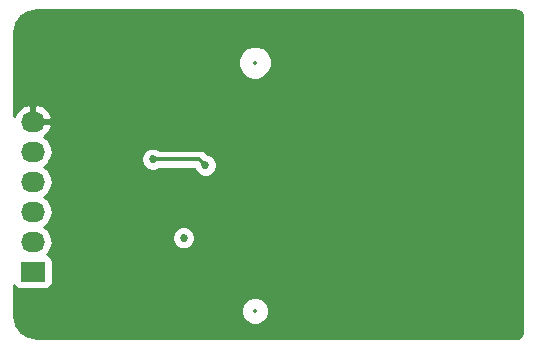
<source format=gbl>
%TF.GenerationSoftware,KiCad,Pcbnew,4.0.4+e1-6308~48~ubuntu16.04.1-stable*%
%TF.CreationDate,2017-01-04T17:26:24-08:00*%
%TF.ProjectId,sd-full-2041021-4-breakout,73642D66756C6C2D323034313032312D,v1.0*%
%TF.FileFunction,Copper,L2,Bot,Signal*%
%FSLAX46Y46*%
G04 Gerber Fmt 4.6, Leading zero omitted, Abs format (unit mm)*
G04 Created by KiCad (PCBNEW 4.0.4+e1-6308~48~ubuntu16.04.1-stable) date Wed Jan  4 17:26:24 2017*
%MOMM*%
%LPD*%
G01*
G04 APERTURE LIST*
%ADD10C,0.350000*%
%ADD11R,2.032000X1.727200*%
%ADD12O,2.032000X1.727200*%
%ADD13C,0.685800*%
%ADD14C,0.330200*%
%ADD15C,0.254000*%
%ADD16C,0.330200*%
%ADD17C,0.350000*%
G04 APERTURE END LIST*
D10*
D11*
X100076000Y-86360000D03*
D12*
X100076000Y-83820000D03*
X100076000Y-81280000D03*
X100076000Y-78740000D03*
X100076000Y-76200000D03*
X100076000Y-73660000D03*
D13*
X111633000Y-85852000D03*
X108458000Y-87503000D03*
X117856000Y-76327000D03*
X117983000Y-83820000D03*
X112903000Y-70866000D03*
X108458000Y-69342000D03*
X108458000Y-82931000D03*
X110236000Y-76835000D03*
X114681000Y-77343000D03*
X112842000Y-83505000D03*
D14*
X114173000Y-76835000D02*
X110236000Y-76835000D01*
X114681000Y-77343000D02*
X114173000Y-76835000D01*
D15*
G36*
X141178511Y-64266608D02*
X141355278Y-64384720D01*
X141473392Y-64561490D01*
X141528800Y-64840049D01*
X141528800Y-91369951D01*
X141473392Y-91648510D01*
X141355278Y-91825280D01*
X141178511Y-91943392D01*
X140899955Y-91998800D01*
X100400044Y-91998800D01*
X99635482Y-91846719D01*
X99046696Y-91453304D01*
X98653102Y-90864250D01*
X98501200Y-90104053D01*
X98501200Y-89896677D01*
X117686794Y-89896677D01*
X117866820Y-90332372D01*
X118199875Y-90666009D01*
X118635255Y-90846794D01*
X119106677Y-90847206D01*
X119542372Y-90667180D01*
X119876009Y-90334125D01*
X120056794Y-89898745D01*
X120057206Y-89427323D01*
X119877180Y-88991628D01*
X119544125Y-88657991D01*
X119108745Y-88477206D01*
X118637323Y-88476794D01*
X118201628Y-88656820D01*
X117867991Y-88989875D01*
X117687206Y-89425255D01*
X117686794Y-89896677D01*
X98501200Y-89896677D01*
X98501200Y-87527857D01*
X98595910Y-87675041D01*
X98808110Y-87820031D01*
X99060000Y-87871040D01*
X101092000Y-87871040D01*
X101327317Y-87826762D01*
X101543441Y-87687690D01*
X101688431Y-87475490D01*
X101739440Y-87223600D01*
X101739440Y-85496400D01*
X101695162Y-85261083D01*
X101556090Y-85044959D01*
X101343890Y-84899969D01*
X101302561Y-84891600D01*
X101320415Y-84879670D01*
X101645271Y-84393489D01*
X101759345Y-83820000D01*
X101735210Y-83698663D01*
X111863931Y-83698663D01*
X112012493Y-84058212D01*
X112287341Y-84333540D01*
X112646630Y-84482730D01*
X113035663Y-84483069D01*
X113395212Y-84334507D01*
X113670540Y-84059659D01*
X113819730Y-83700370D01*
X113820069Y-83311337D01*
X113671507Y-82951788D01*
X113396659Y-82676460D01*
X113037370Y-82527270D01*
X112648337Y-82526931D01*
X112288788Y-82675493D01*
X112013460Y-82950341D01*
X111864270Y-83309630D01*
X111863931Y-83698663D01*
X101735210Y-83698663D01*
X101645271Y-83246511D01*
X101320415Y-82760330D01*
X101005634Y-82550000D01*
X101320415Y-82339670D01*
X101645271Y-81853489D01*
X101759345Y-81280000D01*
X101645271Y-80706511D01*
X101320415Y-80220330D01*
X101005634Y-80010000D01*
X101320415Y-79799670D01*
X101645271Y-79313489D01*
X101759345Y-78740000D01*
X101645271Y-78166511D01*
X101320415Y-77680330D01*
X101005634Y-77470000D01*
X101320415Y-77259670D01*
X101474769Y-77028663D01*
X109257931Y-77028663D01*
X109406493Y-77388212D01*
X109681341Y-77663540D01*
X110040630Y-77812730D01*
X110429663Y-77813069D01*
X110789212Y-77664507D01*
X110818670Y-77635100D01*
X113743604Y-77635100D01*
X113851493Y-77896212D01*
X114126341Y-78171540D01*
X114485630Y-78320730D01*
X114874663Y-78321069D01*
X115234212Y-78172507D01*
X115509540Y-77897659D01*
X115658730Y-77538370D01*
X115659069Y-77149337D01*
X115510507Y-76789788D01*
X115235659Y-76514460D01*
X114876370Y-76365270D01*
X114834746Y-76365234D01*
X114738756Y-76269244D01*
X114479185Y-76095804D01*
X114173000Y-76034900D01*
X110819049Y-76034900D01*
X110790659Y-76006460D01*
X110431370Y-75857270D01*
X110042337Y-75856931D01*
X109682788Y-76005493D01*
X109407460Y-76280341D01*
X109258270Y-76639630D01*
X109257931Y-77028663D01*
X101474769Y-77028663D01*
X101645271Y-76773489D01*
X101759345Y-76200000D01*
X101645271Y-75626511D01*
X101320415Y-75140330D01*
X101010931Y-74933539D01*
X101426732Y-74562036D01*
X101680709Y-74034791D01*
X101683358Y-74019026D01*
X101562217Y-73787000D01*
X100203000Y-73787000D01*
X100203000Y-73807000D01*
X99949000Y-73807000D01*
X99949000Y-73787000D01*
X99929000Y-73787000D01*
X99929000Y-73533000D01*
X99949000Y-73533000D01*
X99949000Y-72319076D01*
X100203000Y-72319076D01*
X100203000Y-73533000D01*
X101562217Y-73533000D01*
X101683358Y-73300974D01*
X101680709Y-73285209D01*
X101426732Y-72757964D01*
X100990320Y-72368046D01*
X100437913Y-72174816D01*
X100203000Y-72319076D01*
X99949000Y-72319076D01*
X99714087Y-72174816D01*
X99161680Y-72368046D01*
X98725268Y-72757964D01*
X98501200Y-73223119D01*
X98501200Y-68946187D01*
X117436752Y-68946187D01*
X117654757Y-69473800D01*
X118058077Y-69877824D01*
X118585309Y-70096750D01*
X119156187Y-70097248D01*
X119683800Y-69879243D01*
X120087824Y-69475923D01*
X120306750Y-68948691D01*
X120307248Y-68377813D01*
X120089243Y-67850200D01*
X119685923Y-67446176D01*
X119158691Y-67227250D01*
X118587813Y-67226752D01*
X118060200Y-67444757D01*
X117656176Y-67848077D01*
X117437250Y-68375309D01*
X117436752Y-68946187D01*
X98501200Y-68946187D01*
X98501200Y-66110045D01*
X98653282Y-65345480D01*
X99046696Y-64756696D01*
X99635749Y-64363102D01*
X100395947Y-64211200D01*
X140899955Y-64211200D01*
X141178511Y-64266608D01*
X141178511Y-64266608D01*
G37*
X141178511Y-64266608D02*
X141355278Y-64384720D01*
X141473392Y-64561490D01*
X141528800Y-64840049D01*
X141528800Y-91369951D01*
X141473392Y-91648510D01*
X141355278Y-91825280D01*
X141178511Y-91943392D01*
X140899955Y-91998800D01*
X100400044Y-91998800D01*
X99635482Y-91846719D01*
X99046696Y-91453304D01*
X98653102Y-90864250D01*
X98501200Y-90104053D01*
X98501200Y-89896677D01*
X117686794Y-89896677D01*
X117866820Y-90332372D01*
X118199875Y-90666009D01*
X118635255Y-90846794D01*
X119106677Y-90847206D01*
X119542372Y-90667180D01*
X119876009Y-90334125D01*
X120056794Y-89898745D01*
X120057206Y-89427323D01*
X119877180Y-88991628D01*
X119544125Y-88657991D01*
X119108745Y-88477206D01*
X118637323Y-88476794D01*
X118201628Y-88656820D01*
X117867991Y-88989875D01*
X117687206Y-89425255D01*
X117686794Y-89896677D01*
X98501200Y-89896677D01*
X98501200Y-87527857D01*
X98595910Y-87675041D01*
X98808110Y-87820031D01*
X99060000Y-87871040D01*
X101092000Y-87871040D01*
X101327317Y-87826762D01*
X101543441Y-87687690D01*
X101688431Y-87475490D01*
X101739440Y-87223600D01*
X101739440Y-85496400D01*
X101695162Y-85261083D01*
X101556090Y-85044959D01*
X101343890Y-84899969D01*
X101302561Y-84891600D01*
X101320415Y-84879670D01*
X101645271Y-84393489D01*
X101759345Y-83820000D01*
X101735210Y-83698663D01*
X111863931Y-83698663D01*
X112012493Y-84058212D01*
X112287341Y-84333540D01*
X112646630Y-84482730D01*
X113035663Y-84483069D01*
X113395212Y-84334507D01*
X113670540Y-84059659D01*
X113819730Y-83700370D01*
X113820069Y-83311337D01*
X113671507Y-82951788D01*
X113396659Y-82676460D01*
X113037370Y-82527270D01*
X112648337Y-82526931D01*
X112288788Y-82675493D01*
X112013460Y-82950341D01*
X111864270Y-83309630D01*
X111863931Y-83698663D01*
X101735210Y-83698663D01*
X101645271Y-83246511D01*
X101320415Y-82760330D01*
X101005634Y-82550000D01*
X101320415Y-82339670D01*
X101645271Y-81853489D01*
X101759345Y-81280000D01*
X101645271Y-80706511D01*
X101320415Y-80220330D01*
X101005634Y-80010000D01*
X101320415Y-79799670D01*
X101645271Y-79313489D01*
X101759345Y-78740000D01*
X101645271Y-78166511D01*
X101320415Y-77680330D01*
X101005634Y-77470000D01*
X101320415Y-77259670D01*
X101474769Y-77028663D01*
X109257931Y-77028663D01*
X109406493Y-77388212D01*
X109681341Y-77663540D01*
X110040630Y-77812730D01*
X110429663Y-77813069D01*
X110789212Y-77664507D01*
X110818670Y-77635100D01*
X113743604Y-77635100D01*
X113851493Y-77896212D01*
X114126341Y-78171540D01*
X114485630Y-78320730D01*
X114874663Y-78321069D01*
X115234212Y-78172507D01*
X115509540Y-77897659D01*
X115658730Y-77538370D01*
X115659069Y-77149337D01*
X115510507Y-76789788D01*
X115235659Y-76514460D01*
X114876370Y-76365270D01*
X114834746Y-76365234D01*
X114738756Y-76269244D01*
X114479185Y-76095804D01*
X114173000Y-76034900D01*
X110819049Y-76034900D01*
X110790659Y-76006460D01*
X110431370Y-75857270D01*
X110042337Y-75856931D01*
X109682788Y-76005493D01*
X109407460Y-76280341D01*
X109258270Y-76639630D01*
X109257931Y-77028663D01*
X101474769Y-77028663D01*
X101645271Y-76773489D01*
X101759345Y-76200000D01*
X101645271Y-75626511D01*
X101320415Y-75140330D01*
X101010931Y-74933539D01*
X101426732Y-74562036D01*
X101680709Y-74034791D01*
X101683358Y-74019026D01*
X101562217Y-73787000D01*
X100203000Y-73787000D01*
X100203000Y-73807000D01*
X99949000Y-73807000D01*
X99949000Y-73787000D01*
X99929000Y-73787000D01*
X99929000Y-73533000D01*
X99949000Y-73533000D01*
X99949000Y-72319076D01*
X100203000Y-72319076D01*
X100203000Y-73533000D01*
X101562217Y-73533000D01*
X101683358Y-73300974D01*
X101680709Y-73285209D01*
X101426732Y-72757964D01*
X100990320Y-72368046D01*
X100437913Y-72174816D01*
X100203000Y-72319076D01*
X99949000Y-72319076D01*
X99714087Y-72174816D01*
X99161680Y-72368046D01*
X98725268Y-72757964D01*
X98501200Y-73223119D01*
X98501200Y-68946187D01*
X117436752Y-68946187D01*
X117654757Y-69473800D01*
X118058077Y-69877824D01*
X118585309Y-70096750D01*
X119156187Y-70097248D01*
X119683800Y-69879243D01*
X120087824Y-69475923D01*
X120306750Y-68948691D01*
X120307248Y-68377813D01*
X120089243Y-67850200D01*
X119685923Y-67446176D01*
X119158691Y-67227250D01*
X118587813Y-67226752D01*
X118060200Y-67444757D01*
X117656176Y-67848077D01*
X117437250Y-68375309D01*
X117436752Y-68946187D01*
X98501200Y-68946187D01*
X98501200Y-66110045D01*
X98653282Y-65345480D01*
X99046696Y-64756696D01*
X99635749Y-64363102D01*
X100395947Y-64211200D01*
X140899955Y-64211200D01*
X141178511Y-64266608D01*
D16*
X111633000Y-85852000D03*
X108458000Y-87503000D03*
X117856000Y-76327000D03*
X117983000Y-83820000D03*
X112903000Y-70866000D03*
X108458000Y-69342000D03*
X108458000Y-82931000D03*
X110236000Y-76835000D03*
X114681000Y-77343000D03*
X112842000Y-83505000D03*
D17*
X100076000Y-86360000D03*
X100076000Y-83820000D03*
X100076000Y-81280000D03*
X100076000Y-78740000D03*
X100076000Y-76200000D03*
X100076000Y-73660000D03*
X118872000Y-68662000D03*
X118872000Y-89662000D03*
M02*

</source>
